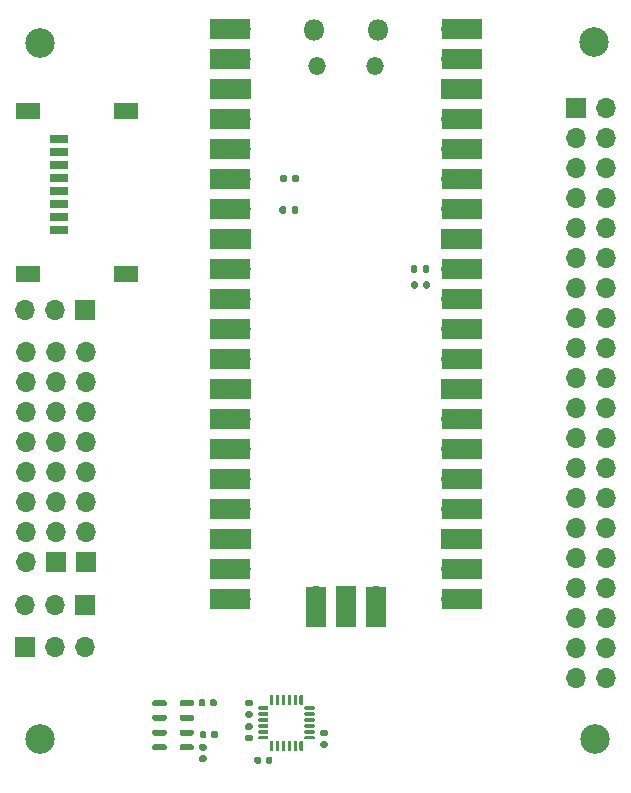
<source format=gbr>
%TF.GenerationSoftware,KiCad,Pcbnew,(5.1.10-1-10_14)*%
%TF.CreationDate,2021-10-09T22:57:50-04:00*%
%TF.ProjectId,Hermes_Pico,4865726d-6573-45f5-9069-636f2e6b6963,rev?*%
%TF.SameCoordinates,Original*%
%TF.FileFunction,Soldermask,Top*%
%TF.FilePolarity,Negative*%
%FSLAX46Y46*%
G04 Gerber Fmt 4.6, Leading zero omitted, Abs format (unit mm)*
G04 Created by KiCad (PCBNEW (5.1.10-1-10_14)) date 2021-10-09 22:57:50*
%MOMM*%
%LPD*%
G01*
G04 APERTURE LIST*
%ADD10C,2.500000*%
%ADD11O,1.700000X1.700000*%
%ADD12R,1.700000X1.700000*%
%ADD13R,1.500000X0.800000*%
%ADD14R,2.000000X1.450000*%
%ADD15R,1.700000X3.500000*%
%ADD16O,1.500000X1.500000*%
%ADD17O,1.800000X1.800000*%
%ADD18R,3.500000X1.700000*%
G04 APERTURE END LIST*
%TO.C,R4*%
G36*
G01*
X240400000Y-73490000D02*
X240400000Y-73860000D01*
G75*
G02*
X240265000Y-73995000I-135000J0D01*
G01*
X239995000Y-73995000D01*
G75*
G02*
X239860000Y-73860000I0J135000D01*
G01*
X239860000Y-73490000D01*
G75*
G02*
X239995000Y-73355000I135000J0D01*
G01*
X240265000Y-73355000D01*
G75*
G02*
X240400000Y-73490000I0J-135000D01*
G01*
G37*
G36*
G01*
X241420000Y-73490000D02*
X241420000Y-73860000D01*
G75*
G02*
X241285000Y-73995000I-135000J0D01*
G01*
X241015000Y-73995000D01*
G75*
G02*
X240880000Y-73860000I0J135000D01*
G01*
X240880000Y-73490000D01*
G75*
G02*
X241015000Y-73355000I135000J0D01*
G01*
X241285000Y-73355000D01*
G75*
G02*
X241420000Y-73490000I0J-135000D01*
G01*
G37*
%TD*%
%TO.C,R3*%
G36*
G01*
X240940000Y-71185000D02*
X240940000Y-70815000D01*
G75*
G02*
X241075000Y-70680000I135000J0D01*
G01*
X241345000Y-70680000D01*
G75*
G02*
X241480000Y-70815000I0J-135000D01*
G01*
X241480000Y-71185000D01*
G75*
G02*
X241345000Y-71320000I-135000J0D01*
G01*
X241075000Y-71320000D01*
G75*
G02*
X240940000Y-71185000I0J135000D01*
G01*
G37*
G36*
G01*
X239920000Y-71185000D02*
X239920000Y-70815000D01*
G75*
G02*
X240055000Y-70680000I135000J0D01*
G01*
X240325000Y-70680000D01*
G75*
G02*
X240460000Y-70815000I0J-135000D01*
G01*
X240460000Y-71185000D01*
G75*
G02*
X240325000Y-71320000I-135000J0D01*
G01*
X240055000Y-71320000D01*
G75*
G02*
X239920000Y-71185000I0J135000D01*
G01*
G37*
%TD*%
%TO.C,R2*%
G36*
G01*
X251990000Y-78835000D02*
X251990000Y-78465000D01*
G75*
G02*
X252125000Y-78330000I135000J0D01*
G01*
X252395000Y-78330000D01*
G75*
G02*
X252530000Y-78465000I0J-135000D01*
G01*
X252530000Y-78835000D01*
G75*
G02*
X252395000Y-78970000I-135000J0D01*
G01*
X252125000Y-78970000D01*
G75*
G02*
X251990000Y-78835000I0J135000D01*
G01*
G37*
G36*
G01*
X250970000Y-78835000D02*
X250970000Y-78465000D01*
G75*
G02*
X251105000Y-78330000I135000J0D01*
G01*
X251375000Y-78330000D01*
G75*
G02*
X251510000Y-78465000I0J-135000D01*
G01*
X251510000Y-78835000D01*
G75*
G02*
X251375000Y-78970000I-135000J0D01*
G01*
X251105000Y-78970000D01*
G75*
G02*
X250970000Y-78835000I0J135000D01*
G01*
G37*
%TD*%
%TO.C,R1*%
G36*
G01*
X251560000Y-79840000D02*
X251560000Y-80210000D01*
G75*
G02*
X251425000Y-80345000I-135000J0D01*
G01*
X251155000Y-80345000D01*
G75*
G02*
X251020000Y-80210000I0J135000D01*
G01*
X251020000Y-79840000D01*
G75*
G02*
X251155000Y-79705000I135000J0D01*
G01*
X251425000Y-79705000D01*
G75*
G02*
X251560000Y-79840000I0J-135000D01*
G01*
G37*
G36*
G01*
X252580000Y-79840000D02*
X252580000Y-80210000D01*
G75*
G02*
X252445000Y-80345000I-135000J0D01*
G01*
X252175000Y-80345000D01*
G75*
G02*
X252040000Y-80210000I0J135000D01*
G01*
X252040000Y-79840000D01*
G75*
G02*
X252175000Y-79705000I135000J0D01*
G01*
X252445000Y-79705000D01*
G75*
G02*
X252580000Y-79840000I0J-135000D01*
G01*
G37*
%TD*%
D10*
%TO.C,H4*%
X219550000Y-118500000D03*
%TD*%
%TO.C,H3*%
X219550000Y-59500000D03*
%TD*%
%TO.C,H2*%
X266550000Y-118500000D03*
%TD*%
%TO.C,H1*%
X266500000Y-59450000D03*
%TD*%
D11*
%TO.C,J7*%
X223430000Y-110700000D03*
X220890000Y-110700000D03*
D12*
X218350000Y-110700000D03*
%TD*%
%TO.C,U3*%
G36*
G01*
X230300000Y-119050000D02*
X230300000Y-119300000D01*
G75*
G02*
X230175000Y-119425000I-125000J0D01*
G01*
X229225000Y-119425000D01*
G75*
G02*
X229100000Y-119300000I0J125000D01*
G01*
X229100000Y-119050000D01*
G75*
G02*
X229225000Y-118925000I125000J0D01*
G01*
X230175000Y-118925000D01*
G75*
G02*
X230300000Y-119050000I0J-125000D01*
G01*
G37*
G36*
G01*
X230300000Y-117800000D02*
X230300000Y-118050000D01*
G75*
G02*
X230175000Y-118175000I-125000J0D01*
G01*
X229225000Y-118175000D01*
G75*
G02*
X229100000Y-118050000I0J125000D01*
G01*
X229100000Y-117800000D01*
G75*
G02*
X229225000Y-117675000I125000J0D01*
G01*
X230175000Y-117675000D01*
G75*
G02*
X230300000Y-117800000I0J-125000D01*
G01*
G37*
G36*
G01*
X230300000Y-116550000D02*
X230300000Y-116800000D01*
G75*
G02*
X230175000Y-116925000I-125000J0D01*
G01*
X229225000Y-116925000D01*
G75*
G02*
X229100000Y-116800000I0J125000D01*
G01*
X229100000Y-116550000D01*
G75*
G02*
X229225000Y-116425000I125000J0D01*
G01*
X230175000Y-116425000D01*
G75*
G02*
X230300000Y-116550000I0J-125000D01*
G01*
G37*
G36*
G01*
X230300000Y-115300000D02*
X230300000Y-115550000D01*
G75*
G02*
X230175000Y-115675000I-125000J0D01*
G01*
X229225000Y-115675000D01*
G75*
G02*
X229100000Y-115550000I0J125000D01*
G01*
X229100000Y-115300000D01*
G75*
G02*
X229225000Y-115175000I125000J0D01*
G01*
X230175000Y-115175000D01*
G75*
G02*
X230300000Y-115300000I0J-125000D01*
G01*
G37*
G36*
G01*
X232600000Y-115300000D02*
X232600000Y-115550000D01*
G75*
G02*
X232475000Y-115675000I-125000J0D01*
G01*
X231525000Y-115675000D01*
G75*
G02*
X231400000Y-115550000I0J125000D01*
G01*
X231400000Y-115300000D01*
G75*
G02*
X231525000Y-115175000I125000J0D01*
G01*
X232475000Y-115175000D01*
G75*
G02*
X232600000Y-115300000I0J-125000D01*
G01*
G37*
G36*
G01*
X232600000Y-116550000D02*
X232600000Y-116800000D01*
G75*
G02*
X232475000Y-116925000I-125000J0D01*
G01*
X231525000Y-116925000D01*
G75*
G02*
X231400000Y-116800000I0J125000D01*
G01*
X231400000Y-116550000D01*
G75*
G02*
X231525000Y-116425000I125000J0D01*
G01*
X232475000Y-116425000D01*
G75*
G02*
X232600000Y-116550000I0J-125000D01*
G01*
G37*
G36*
G01*
X232600000Y-117800000D02*
X232600000Y-118050000D01*
G75*
G02*
X232475000Y-118175000I-125000J0D01*
G01*
X231525000Y-118175000D01*
G75*
G02*
X231400000Y-118050000I0J125000D01*
G01*
X231400000Y-117800000D01*
G75*
G02*
X231525000Y-117675000I125000J0D01*
G01*
X232475000Y-117675000D01*
G75*
G02*
X232600000Y-117800000I0J-125000D01*
G01*
G37*
G36*
G01*
X232600000Y-119050000D02*
X232600000Y-119300000D01*
G75*
G02*
X232475000Y-119425000I-125000J0D01*
G01*
X231525000Y-119425000D01*
G75*
G02*
X231400000Y-119300000I0J125000D01*
G01*
X231400000Y-119050000D01*
G75*
G02*
X231525000Y-118925000I125000J0D01*
G01*
X232475000Y-118925000D01*
G75*
G02*
X232600000Y-119050000I0J-125000D01*
G01*
G37*
%TD*%
%TO.C,U2*%
G36*
G01*
X241975000Y-115925000D02*
X241975000Y-115775000D01*
G75*
G02*
X242050000Y-115700000I75000J0D01*
G01*
X242750000Y-115700000D01*
G75*
G02*
X242825000Y-115775000I0J-75000D01*
G01*
X242825000Y-115925000D01*
G75*
G02*
X242750000Y-116000000I-75000J0D01*
G01*
X242050000Y-116000000D01*
G75*
G02*
X241975000Y-115925000I0J75000D01*
G01*
G37*
G36*
G01*
X241975000Y-116425000D02*
X241975000Y-116275000D01*
G75*
G02*
X242050000Y-116200000I75000J0D01*
G01*
X242750000Y-116200000D01*
G75*
G02*
X242825000Y-116275000I0J-75000D01*
G01*
X242825000Y-116425000D01*
G75*
G02*
X242750000Y-116500000I-75000J0D01*
G01*
X242050000Y-116500000D01*
G75*
G02*
X241975000Y-116425000I0J75000D01*
G01*
G37*
G36*
G01*
X241975000Y-116925000D02*
X241975000Y-116775000D01*
G75*
G02*
X242050000Y-116700000I75000J0D01*
G01*
X242750000Y-116700000D01*
G75*
G02*
X242825000Y-116775000I0J-75000D01*
G01*
X242825000Y-116925000D01*
G75*
G02*
X242750000Y-117000000I-75000J0D01*
G01*
X242050000Y-117000000D01*
G75*
G02*
X241975000Y-116925000I0J75000D01*
G01*
G37*
G36*
G01*
X241975000Y-117425000D02*
X241975000Y-117275000D01*
G75*
G02*
X242050000Y-117200000I75000J0D01*
G01*
X242750000Y-117200000D01*
G75*
G02*
X242825000Y-117275000I0J-75000D01*
G01*
X242825000Y-117425000D01*
G75*
G02*
X242750000Y-117500000I-75000J0D01*
G01*
X242050000Y-117500000D01*
G75*
G02*
X241975000Y-117425000I0J75000D01*
G01*
G37*
G36*
G01*
X241975000Y-117925000D02*
X241975000Y-117775000D01*
G75*
G02*
X242050000Y-117700000I75000J0D01*
G01*
X242750000Y-117700000D01*
G75*
G02*
X242825000Y-117775000I0J-75000D01*
G01*
X242825000Y-117925000D01*
G75*
G02*
X242750000Y-118000000I-75000J0D01*
G01*
X242050000Y-118000000D01*
G75*
G02*
X241975000Y-117925000I0J75000D01*
G01*
G37*
G36*
G01*
X241975000Y-118425000D02*
X241975000Y-118275000D01*
G75*
G02*
X242050000Y-118200000I75000J0D01*
G01*
X242750000Y-118200000D01*
G75*
G02*
X242825000Y-118275000I0J-75000D01*
G01*
X242825000Y-118425000D01*
G75*
G02*
X242750000Y-118500000I-75000J0D01*
G01*
X242050000Y-118500000D01*
G75*
G02*
X241975000Y-118425000I0J75000D01*
G01*
G37*
G36*
G01*
X241625000Y-118625000D02*
X241775000Y-118625000D01*
G75*
G02*
X241850000Y-118700000I0J-75000D01*
G01*
X241850000Y-119400000D01*
G75*
G02*
X241775000Y-119475000I-75000J0D01*
G01*
X241625000Y-119475000D01*
G75*
G02*
X241550000Y-119400000I0J75000D01*
G01*
X241550000Y-118700000D01*
G75*
G02*
X241625000Y-118625000I75000J0D01*
G01*
G37*
G36*
G01*
X241125000Y-118625000D02*
X241275000Y-118625000D01*
G75*
G02*
X241350000Y-118700000I0J-75000D01*
G01*
X241350000Y-119400000D01*
G75*
G02*
X241275000Y-119475000I-75000J0D01*
G01*
X241125000Y-119475000D01*
G75*
G02*
X241050000Y-119400000I0J75000D01*
G01*
X241050000Y-118700000D01*
G75*
G02*
X241125000Y-118625000I75000J0D01*
G01*
G37*
G36*
G01*
X240625000Y-118625000D02*
X240775000Y-118625000D01*
G75*
G02*
X240850000Y-118700000I0J-75000D01*
G01*
X240850000Y-119400000D01*
G75*
G02*
X240775000Y-119475000I-75000J0D01*
G01*
X240625000Y-119475000D01*
G75*
G02*
X240550000Y-119400000I0J75000D01*
G01*
X240550000Y-118700000D01*
G75*
G02*
X240625000Y-118625000I75000J0D01*
G01*
G37*
G36*
G01*
X240125000Y-118625000D02*
X240275000Y-118625000D01*
G75*
G02*
X240350000Y-118700000I0J-75000D01*
G01*
X240350000Y-119400000D01*
G75*
G02*
X240275000Y-119475000I-75000J0D01*
G01*
X240125000Y-119475000D01*
G75*
G02*
X240050000Y-119400000I0J75000D01*
G01*
X240050000Y-118700000D01*
G75*
G02*
X240125000Y-118625000I75000J0D01*
G01*
G37*
G36*
G01*
X239625000Y-118625000D02*
X239775000Y-118625000D01*
G75*
G02*
X239850000Y-118700000I0J-75000D01*
G01*
X239850000Y-119400000D01*
G75*
G02*
X239775000Y-119475000I-75000J0D01*
G01*
X239625000Y-119475000D01*
G75*
G02*
X239550000Y-119400000I0J75000D01*
G01*
X239550000Y-118700000D01*
G75*
G02*
X239625000Y-118625000I75000J0D01*
G01*
G37*
G36*
G01*
X239125000Y-118625000D02*
X239275000Y-118625000D01*
G75*
G02*
X239350000Y-118700000I0J-75000D01*
G01*
X239350000Y-119400000D01*
G75*
G02*
X239275000Y-119475000I-75000J0D01*
G01*
X239125000Y-119475000D01*
G75*
G02*
X239050000Y-119400000I0J75000D01*
G01*
X239050000Y-118700000D01*
G75*
G02*
X239125000Y-118625000I75000J0D01*
G01*
G37*
G36*
G01*
X238075000Y-118425000D02*
X238075000Y-118275000D01*
G75*
G02*
X238150000Y-118200000I75000J0D01*
G01*
X238850000Y-118200000D01*
G75*
G02*
X238925000Y-118275000I0J-75000D01*
G01*
X238925000Y-118425000D01*
G75*
G02*
X238850000Y-118500000I-75000J0D01*
G01*
X238150000Y-118500000D01*
G75*
G02*
X238075000Y-118425000I0J75000D01*
G01*
G37*
G36*
G01*
X238075000Y-117925000D02*
X238075000Y-117775000D01*
G75*
G02*
X238150000Y-117700000I75000J0D01*
G01*
X238850000Y-117700000D01*
G75*
G02*
X238925000Y-117775000I0J-75000D01*
G01*
X238925000Y-117925000D01*
G75*
G02*
X238850000Y-118000000I-75000J0D01*
G01*
X238150000Y-118000000D01*
G75*
G02*
X238075000Y-117925000I0J75000D01*
G01*
G37*
G36*
G01*
X238075000Y-117425000D02*
X238075000Y-117275000D01*
G75*
G02*
X238150000Y-117200000I75000J0D01*
G01*
X238850000Y-117200000D01*
G75*
G02*
X238925000Y-117275000I0J-75000D01*
G01*
X238925000Y-117425000D01*
G75*
G02*
X238850000Y-117500000I-75000J0D01*
G01*
X238150000Y-117500000D01*
G75*
G02*
X238075000Y-117425000I0J75000D01*
G01*
G37*
G36*
G01*
X238075000Y-116925000D02*
X238075000Y-116775000D01*
G75*
G02*
X238150000Y-116700000I75000J0D01*
G01*
X238850000Y-116700000D01*
G75*
G02*
X238925000Y-116775000I0J-75000D01*
G01*
X238925000Y-116925000D01*
G75*
G02*
X238850000Y-117000000I-75000J0D01*
G01*
X238150000Y-117000000D01*
G75*
G02*
X238075000Y-116925000I0J75000D01*
G01*
G37*
G36*
G01*
X238075000Y-116425000D02*
X238075000Y-116275000D01*
G75*
G02*
X238150000Y-116200000I75000J0D01*
G01*
X238850000Y-116200000D01*
G75*
G02*
X238925000Y-116275000I0J-75000D01*
G01*
X238925000Y-116425000D01*
G75*
G02*
X238850000Y-116500000I-75000J0D01*
G01*
X238150000Y-116500000D01*
G75*
G02*
X238075000Y-116425000I0J75000D01*
G01*
G37*
G36*
G01*
X238075000Y-115925000D02*
X238075000Y-115775000D01*
G75*
G02*
X238150000Y-115700000I75000J0D01*
G01*
X238850000Y-115700000D01*
G75*
G02*
X238925000Y-115775000I0J-75000D01*
G01*
X238925000Y-115925000D01*
G75*
G02*
X238850000Y-116000000I-75000J0D01*
G01*
X238150000Y-116000000D01*
G75*
G02*
X238075000Y-115925000I0J75000D01*
G01*
G37*
G36*
G01*
X239125000Y-114725000D02*
X239275000Y-114725000D01*
G75*
G02*
X239350000Y-114800000I0J-75000D01*
G01*
X239350000Y-115500000D01*
G75*
G02*
X239275000Y-115575000I-75000J0D01*
G01*
X239125000Y-115575000D01*
G75*
G02*
X239050000Y-115500000I0J75000D01*
G01*
X239050000Y-114800000D01*
G75*
G02*
X239125000Y-114725000I75000J0D01*
G01*
G37*
G36*
G01*
X239625000Y-114725000D02*
X239775000Y-114725000D01*
G75*
G02*
X239850000Y-114800000I0J-75000D01*
G01*
X239850000Y-115500000D01*
G75*
G02*
X239775000Y-115575000I-75000J0D01*
G01*
X239625000Y-115575000D01*
G75*
G02*
X239550000Y-115500000I0J75000D01*
G01*
X239550000Y-114800000D01*
G75*
G02*
X239625000Y-114725000I75000J0D01*
G01*
G37*
G36*
G01*
X240125000Y-114725000D02*
X240275000Y-114725000D01*
G75*
G02*
X240350000Y-114800000I0J-75000D01*
G01*
X240350000Y-115500000D01*
G75*
G02*
X240275000Y-115575000I-75000J0D01*
G01*
X240125000Y-115575000D01*
G75*
G02*
X240050000Y-115500000I0J75000D01*
G01*
X240050000Y-114800000D01*
G75*
G02*
X240125000Y-114725000I75000J0D01*
G01*
G37*
G36*
G01*
X240625000Y-114725000D02*
X240775000Y-114725000D01*
G75*
G02*
X240850000Y-114800000I0J-75000D01*
G01*
X240850000Y-115500000D01*
G75*
G02*
X240775000Y-115575000I-75000J0D01*
G01*
X240625000Y-115575000D01*
G75*
G02*
X240550000Y-115500000I0J75000D01*
G01*
X240550000Y-114800000D01*
G75*
G02*
X240625000Y-114725000I75000J0D01*
G01*
G37*
G36*
G01*
X241125000Y-114725000D02*
X241275000Y-114725000D01*
G75*
G02*
X241350000Y-114800000I0J-75000D01*
G01*
X241350000Y-115500000D01*
G75*
G02*
X241275000Y-115575000I-75000J0D01*
G01*
X241125000Y-115575000D01*
G75*
G02*
X241050000Y-115500000I0J75000D01*
G01*
X241050000Y-114800000D01*
G75*
G02*
X241125000Y-114725000I75000J0D01*
G01*
G37*
G36*
G01*
X241625000Y-114725000D02*
X241775000Y-114725000D01*
G75*
G02*
X241850000Y-114800000I0J-75000D01*
G01*
X241850000Y-115500000D01*
G75*
G02*
X241775000Y-115575000I-75000J0D01*
G01*
X241625000Y-115575000D01*
G75*
G02*
X241550000Y-115500000I0J75000D01*
G01*
X241550000Y-114800000D01*
G75*
G02*
X241625000Y-114725000I75000J0D01*
G01*
G37*
%TD*%
D11*
%TO.C,J6*%
X218320000Y-107100000D03*
X220860000Y-107100000D03*
D12*
X223400000Y-107100000D03*
%TD*%
D11*
%TO.C,J5*%
X218320000Y-82150000D03*
X220860000Y-82150000D03*
D12*
X223400000Y-82150000D03*
%TD*%
%TO.C,C7*%
G36*
G01*
X233975000Y-115570000D02*
X233975000Y-115230000D01*
G75*
G02*
X234115000Y-115090000I140000J0D01*
G01*
X234395000Y-115090000D01*
G75*
G02*
X234535000Y-115230000I0J-140000D01*
G01*
X234535000Y-115570000D01*
G75*
G02*
X234395000Y-115710000I-140000J0D01*
G01*
X234115000Y-115710000D01*
G75*
G02*
X233975000Y-115570000I0J140000D01*
G01*
G37*
G36*
G01*
X233015000Y-115570000D02*
X233015000Y-115230000D01*
G75*
G02*
X233155000Y-115090000I140000J0D01*
G01*
X233435000Y-115090000D01*
G75*
G02*
X233575000Y-115230000I0J-140000D01*
G01*
X233575000Y-115570000D01*
G75*
G02*
X233435000Y-115710000I-140000J0D01*
G01*
X233155000Y-115710000D01*
G75*
G02*
X233015000Y-115570000I0J140000D01*
G01*
G37*
%TD*%
%TO.C,C6*%
G36*
G01*
X233545000Y-119450000D02*
X233205000Y-119450000D01*
G75*
G02*
X233065000Y-119310000I0J140000D01*
G01*
X233065000Y-119030000D01*
G75*
G02*
X233205000Y-118890000I140000J0D01*
G01*
X233545000Y-118890000D01*
G75*
G02*
X233685000Y-119030000I0J-140000D01*
G01*
X233685000Y-119310000D01*
G75*
G02*
X233545000Y-119450000I-140000J0D01*
G01*
G37*
G36*
G01*
X233545000Y-120410000D02*
X233205000Y-120410000D01*
G75*
G02*
X233065000Y-120270000I0J140000D01*
G01*
X233065000Y-119990000D01*
G75*
G02*
X233205000Y-119850000I140000J0D01*
G01*
X233545000Y-119850000D01*
G75*
G02*
X233685000Y-119990000I0J-140000D01*
G01*
X233685000Y-120270000D01*
G75*
G02*
X233545000Y-120410000I-140000J0D01*
G01*
G37*
%TD*%
%TO.C,C5*%
G36*
G01*
X234075000Y-118270000D02*
X234075000Y-117930000D01*
G75*
G02*
X234215000Y-117790000I140000J0D01*
G01*
X234495000Y-117790000D01*
G75*
G02*
X234635000Y-117930000I0J-140000D01*
G01*
X234635000Y-118270000D01*
G75*
G02*
X234495000Y-118410000I-140000J0D01*
G01*
X234215000Y-118410000D01*
G75*
G02*
X234075000Y-118270000I0J140000D01*
G01*
G37*
G36*
G01*
X233115000Y-118270000D02*
X233115000Y-117930000D01*
G75*
G02*
X233255000Y-117790000I140000J0D01*
G01*
X233535000Y-117790000D01*
G75*
G02*
X233675000Y-117930000I0J-140000D01*
G01*
X233675000Y-118270000D01*
G75*
G02*
X233535000Y-118410000I-140000J0D01*
G01*
X233255000Y-118410000D01*
G75*
G02*
X233115000Y-118270000I0J140000D01*
G01*
G37*
%TD*%
%TO.C,C4*%
G36*
G01*
X243795000Y-118250000D02*
X243455000Y-118250000D01*
G75*
G02*
X243315000Y-118110000I0J140000D01*
G01*
X243315000Y-117830000D01*
G75*
G02*
X243455000Y-117690000I140000J0D01*
G01*
X243795000Y-117690000D01*
G75*
G02*
X243935000Y-117830000I0J-140000D01*
G01*
X243935000Y-118110000D01*
G75*
G02*
X243795000Y-118250000I-140000J0D01*
G01*
G37*
G36*
G01*
X243795000Y-119210000D02*
X243455000Y-119210000D01*
G75*
G02*
X243315000Y-119070000I0J140000D01*
G01*
X243315000Y-118790000D01*
G75*
G02*
X243455000Y-118650000I140000J0D01*
G01*
X243795000Y-118650000D01*
G75*
G02*
X243935000Y-118790000I0J-140000D01*
G01*
X243935000Y-119070000D01*
G75*
G02*
X243795000Y-119210000I-140000J0D01*
G01*
G37*
%TD*%
%TO.C,C3*%
G36*
G01*
X237445000Y-117700000D02*
X237105000Y-117700000D01*
G75*
G02*
X236965000Y-117560000I0J140000D01*
G01*
X236965000Y-117280000D01*
G75*
G02*
X237105000Y-117140000I140000J0D01*
G01*
X237445000Y-117140000D01*
G75*
G02*
X237585000Y-117280000I0J-140000D01*
G01*
X237585000Y-117560000D01*
G75*
G02*
X237445000Y-117700000I-140000J0D01*
G01*
G37*
G36*
G01*
X237445000Y-118660000D02*
X237105000Y-118660000D01*
G75*
G02*
X236965000Y-118520000I0J140000D01*
G01*
X236965000Y-118240000D01*
G75*
G02*
X237105000Y-118100000I140000J0D01*
G01*
X237445000Y-118100000D01*
G75*
G02*
X237585000Y-118240000I0J-140000D01*
G01*
X237585000Y-118520000D01*
G75*
G02*
X237445000Y-118660000I-140000J0D01*
G01*
G37*
%TD*%
%TO.C,C2*%
G36*
G01*
X238300000Y-120105000D02*
X238300000Y-120445000D01*
G75*
G02*
X238160000Y-120585000I-140000J0D01*
G01*
X237880000Y-120585000D01*
G75*
G02*
X237740000Y-120445000I0J140000D01*
G01*
X237740000Y-120105000D01*
G75*
G02*
X237880000Y-119965000I140000J0D01*
G01*
X238160000Y-119965000D01*
G75*
G02*
X238300000Y-120105000I0J-140000D01*
G01*
G37*
G36*
G01*
X239260000Y-120105000D02*
X239260000Y-120445000D01*
G75*
G02*
X239120000Y-120585000I-140000J0D01*
G01*
X238840000Y-120585000D01*
G75*
G02*
X238700000Y-120445000I0J140000D01*
G01*
X238700000Y-120105000D01*
G75*
G02*
X238840000Y-119965000I140000J0D01*
G01*
X239120000Y-119965000D01*
G75*
G02*
X239260000Y-120105000I0J-140000D01*
G01*
G37*
%TD*%
%TO.C,C1*%
G36*
G01*
X237105000Y-116100000D02*
X237445000Y-116100000D01*
G75*
G02*
X237585000Y-116240000I0J-140000D01*
G01*
X237585000Y-116520000D01*
G75*
G02*
X237445000Y-116660000I-140000J0D01*
G01*
X237105000Y-116660000D01*
G75*
G02*
X236965000Y-116520000I0J140000D01*
G01*
X236965000Y-116240000D01*
G75*
G02*
X237105000Y-116100000I140000J0D01*
G01*
G37*
G36*
G01*
X237105000Y-115140000D02*
X237445000Y-115140000D01*
G75*
G02*
X237585000Y-115280000I0J-140000D01*
G01*
X237585000Y-115560000D01*
G75*
G02*
X237445000Y-115700000I-140000J0D01*
G01*
X237105000Y-115700000D01*
G75*
G02*
X236965000Y-115560000I0J140000D01*
G01*
X236965000Y-115280000D01*
G75*
G02*
X237105000Y-115140000I140000J0D01*
G01*
G37*
%TD*%
D13*
%TO.C,J4*%
X221200000Y-75400000D03*
X221200000Y-74300000D03*
X221200000Y-73200000D03*
X221200000Y-72100000D03*
X221200000Y-71000000D03*
X221200000Y-69900000D03*
X221200000Y-68800000D03*
X221200000Y-67700000D03*
D14*
X226900000Y-65325000D03*
X226900000Y-79075000D03*
X218600000Y-79075000D03*
X218600000Y-65325000D03*
%TD*%
D11*
%TO.C,J3*%
X218360000Y-85720000D03*
X220900000Y-85720000D03*
X218360000Y-88260000D03*
X220900000Y-88260000D03*
X218360000Y-90800000D03*
X220900000Y-90800000D03*
X218360000Y-93340000D03*
X220900000Y-93340000D03*
X218360000Y-95880000D03*
X220900000Y-95880000D03*
X218360000Y-98420000D03*
X220900000Y-98420000D03*
X218360000Y-100960000D03*
X220900000Y-100960000D03*
X218360000Y-103500000D03*
D12*
X220900000Y-103500000D03*
%TD*%
D11*
%TO.C,J2*%
X267540000Y-113260000D03*
X265000000Y-113260000D03*
X267540000Y-110720000D03*
X265000000Y-110720000D03*
X267540000Y-108180000D03*
X265000000Y-108180000D03*
X267540000Y-105640000D03*
X265000000Y-105640000D03*
X267540000Y-103100000D03*
X265000000Y-103100000D03*
X267540000Y-100560000D03*
X265000000Y-100560000D03*
X267540000Y-98020000D03*
X265000000Y-98020000D03*
X267540000Y-95480000D03*
X265000000Y-95480000D03*
X267540000Y-92940000D03*
X265000000Y-92940000D03*
X267540000Y-90400000D03*
X265000000Y-90400000D03*
X267540000Y-87860000D03*
X265000000Y-87860000D03*
X267540000Y-85320000D03*
X265000000Y-85320000D03*
X267540000Y-82780000D03*
X265000000Y-82780000D03*
X267540000Y-80240000D03*
X265000000Y-80240000D03*
X267540000Y-77700000D03*
X265000000Y-77700000D03*
X267540000Y-75160000D03*
X265000000Y-75160000D03*
X267540000Y-72620000D03*
X265000000Y-72620000D03*
X267540000Y-70080000D03*
X265000000Y-70080000D03*
X267540000Y-67540000D03*
X265000000Y-67540000D03*
X267540000Y-65000000D03*
D12*
X265000000Y-65000000D03*
%TD*%
D11*
%TO.C,J1*%
X223450000Y-85720000D03*
X223450000Y-88260000D03*
X223450000Y-90800000D03*
X223450000Y-93340000D03*
X223450000Y-95880000D03*
X223450000Y-98420000D03*
X223450000Y-100960000D03*
D12*
X223450000Y-103500000D03*
%TD*%
D11*
%TO.C,U1*%
X248040000Y-106350000D03*
D15*
X248040000Y-107250000D03*
D12*
X245500000Y-106350000D03*
D15*
X245500000Y-107250000D03*
D11*
X242960000Y-106350000D03*
D15*
X242960000Y-107250000D03*
D16*
X247925000Y-61480000D03*
X243075000Y-61480000D03*
D17*
X248225000Y-58450000D03*
X242775000Y-58450000D03*
D18*
X255290000Y-106580000D03*
X255290000Y-104040000D03*
X255290000Y-101500000D03*
X255290000Y-98960000D03*
X255290000Y-96420000D03*
X255290000Y-93880000D03*
X255290000Y-91340000D03*
X255290000Y-88800000D03*
X255290000Y-86260000D03*
X255290000Y-83720000D03*
X255290000Y-81180000D03*
X255290000Y-78640000D03*
X255290000Y-76100000D03*
X255290000Y-73560000D03*
X255290000Y-71020000D03*
X255290000Y-68480000D03*
X255290000Y-65940000D03*
X255290000Y-63400000D03*
X255290000Y-60860000D03*
X255290000Y-58320000D03*
X235710000Y-106580000D03*
X235710000Y-104040000D03*
X235710000Y-101500000D03*
X235710000Y-98960000D03*
X235710000Y-96420000D03*
X235710000Y-93880000D03*
X235710000Y-91340000D03*
X235710000Y-88800000D03*
X235710000Y-86260000D03*
X235710000Y-83720000D03*
X235710000Y-81180000D03*
X235710000Y-78640000D03*
X235710000Y-76100000D03*
X235710000Y-73560000D03*
X235710000Y-71020000D03*
X235710000Y-68480000D03*
X235710000Y-65940000D03*
X235710000Y-63400000D03*
X235710000Y-60860000D03*
X235710000Y-58320000D03*
D11*
X254390000Y-58320000D03*
X254390000Y-60860000D03*
D12*
X254390000Y-63400000D03*
D11*
X254390000Y-65940000D03*
X254390000Y-68480000D03*
X254390000Y-71020000D03*
X254390000Y-73560000D03*
D12*
X254390000Y-76100000D03*
D11*
X254390000Y-78640000D03*
X254390000Y-81180000D03*
X254390000Y-83720000D03*
X254390000Y-86260000D03*
D12*
X254390000Y-88800000D03*
D11*
X254390000Y-91340000D03*
X254390000Y-93880000D03*
X254390000Y-96420000D03*
X254390000Y-98960000D03*
D12*
X254390000Y-101500000D03*
D11*
X254390000Y-104040000D03*
X254390000Y-106580000D03*
X236610000Y-106580000D03*
X236610000Y-104040000D03*
D12*
X236610000Y-101500000D03*
D11*
X236610000Y-98960000D03*
X236610000Y-96420000D03*
X236610000Y-93880000D03*
X236610000Y-91340000D03*
D12*
X236610000Y-88800000D03*
D11*
X236610000Y-86260000D03*
X236610000Y-83720000D03*
X236610000Y-81180000D03*
X236610000Y-78640000D03*
D12*
X236610000Y-76100000D03*
D11*
X236610000Y-73560000D03*
X236610000Y-71020000D03*
X236610000Y-68480000D03*
X236610000Y-65940000D03*
D12*
X236610000Y-63400000D03*
D11*
X236610000Y-60860000D03*
X236610000Y-58320000D03*
%TD*%
M02*

</source>
